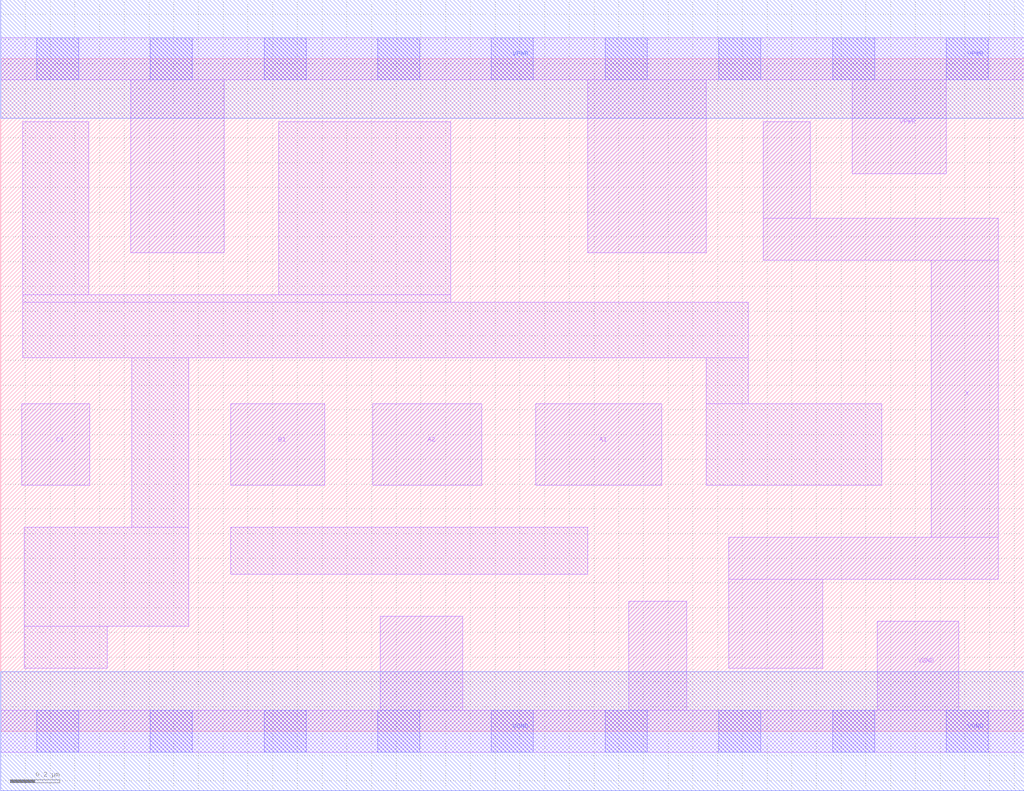
<source format=lef>
# Copyright 2020 The SkyWater PDK Authors
#
# Licensed under the Apache License, Version 2.0 (the "License");
# you may not use this file except in compliance with the License.
# You may obtain a copy of the License at
#
#     https://www.apache.org/licenses/LICENSE-2.0
#
# Unless required by applicable law or agreed to in writing, software
# distributed under the License is distributed on an "AS IS" BASIS,
# WITHOUT WARRANTIES OR CONDITIONS OF ANY KIND, either express or implied.
# See the License for the specific language governing permissions and
# limitations under the License.
#
# SPDX-License-Identifier: Apache-2.0

VERSION 5.7 ;
  NAMESCASESENSITIVE ON ;
  NOWIREEXTENSIONATPIN ON ;
  DIVIDERCHAR "/" ;
  BUSBITCHARS "[]" ;
UNITS
  DATABASE MICRONS 200 ;
END UNITS
PROPERTYDEFINITIONS
  MACRO maskLayoutSubType STRING ;
  MACRO prCellType STRING ;
  MACRO originalViewName STRING ;
END PROPERTYDEFINITIONS
MACRO sky130_fd_sc_hdll__o211a_2
  CLASS CORE ;
  FOREIGN sky130_fd_sc_hdll__o211a_2 ;
  ORIGIN  0.000000  0.000000 ;
  SIZE  4.140000 BY  2.720000 ;
  SYMMETRY X Y R90 ;
  SITE unithd ;
  PIN A1
    ANTENNAGATEAREA  0.277500 ;
    DIRECTION INPUT ;
    USE SIGNAL ;
    PORT
      LAYER li1 ;
        RECT 2.165000 0.995000 2.675000 1.325000 ;
    END
  END A1
  PIN A2
    ANTENNAGATEAREA  0.277500 ;
    DIRECTION INPUT ;
    USE SIGNAL ;
    PORT
      LAYER li1 ;
        RECT 1.505000 0.995000 1.945000 1.325000 ;
    END
  END A2
  PIN B1
    ANTENNAGATEAREA  0.277500 ;
    DIRECTION INPUT ;
    USE SIGNAL ;
    PORT
      LAYER li1 ;
        RECT 0.930000 0.995000 1.310000 1.325000 ;
    END
  END B1
  PIN C1
    ANTENNAGATEAREA  0.277500 ;
    DIRECTION INPUT ;
    USE SIGNAL ;
    PORT
      LAYER li1 ;
        RECT 0.085000 0.995000 0.360000 1.325000 ;
    END
  END C1
  PIN VGND
    ANTENNADIFFAREA  0.744250 ;
    DIRECTION INOUT ;
    USE SIGNAL ;
    PORT
      LAYER li1 ;
        RECT 0.000000 -0.085000 4.140000 0.085000 ;
        RECT 1.535000  0.085000 1.870000 0.465000 ;
        RECT 2.540000  0.085000 2.775000 0.525000 ;
        RECT 3.545000  0.085000 3.875000 0.445000 ;
      LAYER mcon ;
        RECT 0.145000 -0.085000 0.315000 0.085000 ;
        RECT 0.605000 -0.085000 0.775000 0.085000 ;
        RECT 1.065000 -0.085000 1.235000 0.085000 ;
        RECT 1.525000 -0.085000 1.695000 0.085000 ;
        RECT 1.985000 -0.085000 2.155000 0.085000 ;
        RECT 2.445000 -0.085000 2.615000 0.085000 ;
        RECT 2.905000 -0.085000 3.075000 0.085000 ;
        RECT 3.365000 -0.085000 3.535000 0.085000 ;
        RECT 3.825000 -0.085000 3.995000 0.085000 ;
      LAYER met1 ;
        RECT 0.000000 -0.240000 4.140000 0.240000 ;
    END
  END VGND
  PIN VPWR
    ANTENNADIFFAREA  1.120000 ;
    DIRECTION INOUT ;
    USE SIGNAL ;
    PORT
      LAYER li1 ;
        RECT 0.000000 2.635000 4.140000 2.805000 ;
        RECT 0.525000 1.935000 0.905000 2.635000 ;
        RECT 2.375000 1.935000 2.855000 2.635000 ;
        RECT 3.445000 2.255000 3.825000 2.635000 ;
      LAYER mcon ;
        RECT 0.145000 2.635000 0.315000 2.805000 ;
        RECT 0.605000 2.635000 0.775000 2.805000 ;
        RECT 1.065000 2.635000 1.235000 2.805000 ;
        RECT 1.525000 2.635000 1.695000 2.805000 ;
        RECT 1.985000 2.635000 2.155000 2.805000 ;
        RECT 2.445000 2.635000 2.615000 2.805000 ;
        RECT 2.905000 2.635000 3.075000 2.805000 ;
        RECT 3.365000 2.635000 3.535000 2.805000 ;
        RECT 3.825000 2.635000 3.995000 2.805000 ;
      LAYER met1 ;
        RECT 0.000000 2.480000 4.140000 2.960000 ;
    END
  END VPWR
  PIN X
    ANTENNADIFFAREA  0.534000 ;
    DIRECTION OUTPUT ;
    USE SIGNAL ;
    PORT
      LAYER li1 ;
        RECT 2.945000 0.255000 3.325000 0.615000 ;
        RECT 2.945000 0.615000 4.035000 0.785000 ;
        RECT 3.085000 1.905000 4.035000 2.075000 ;
        RECT 3.085000 2.075000 3.275000 2.465000 ;
        RECT 3.765000 0.785000 4.035000 1.905000 ;
    END
  END X
  OBS
    LAYER li1 ;
      RECT 0.090000 1.510000 3.025000 1.735000 ;
      RECT 0.090000 1.735000 1.820000 1.765000 ;
      RECT 0.090000 1.765000 0.355000 2.465000 ;
      RECT 0.095000 0.255000 0.430000 0.425000 ;
      RECT 0.095000 0.425000 0.760000 0.825000 ;
      RECT 0.530000 0.825000 0.760000 1.510000 ;
      RECT 0.930000 0.635000 2.375000 0.825000 ;
      RECT 1.125000 1.765000 1.820000 2.465000 ;
      RECT 2.855000 0.995000 3.565000 1.325000 ;
      RECT 2.855000 1.325000 3.025000 1.510000 ;
  END
  PROPERTY maskLayoutSubType "abstract" ;
  PROPERTY prCellType "standard" ;
  PROPERTY originalViewName "layout" ;
END sky130_fd_sc_hdll__o211a_2

</source>
